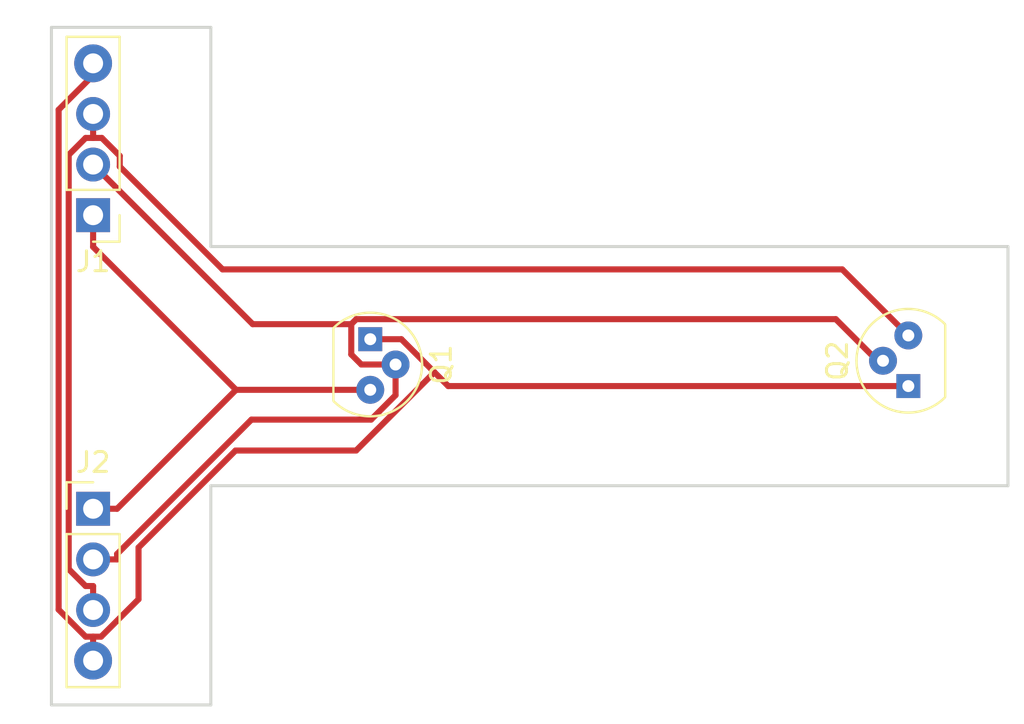
<source format=kicad_pcb>
(kicad_pcb (version 4) (host pcbnew 4.0.7)

  (general
    (links 10)
    (no_connects 0)
    (area 104.345381 87.5 155.894762 124.182)
    (thickness 1.6)
    (drawings 8)
    (tracks 53)
    (zones 0)
    (modules 4)
    (nets 5)
  )

  (page A)
  (title_block
    (title shahabHall)
    (date 190125)
    (company ASU/AME)
  )

  (layers
    (0 F.Cu signal)
    (31 B.Cu signal)
    (32 B.Adhes user)
    (33 F.Adhes user)
    (34 B.Paste user)
    (35 F.Paste user)
    (36 B.SilkS user)
    (37 F.SilkS user)
    (38 B.Mask user)
    (39 F.Mask user)
    (40 Dwgs.User user)
    (41 Cmts.User user)
    (42 Eco1.User user)
    (43 Eco2.User user)
    (44 Edge.Cuts user)
    (45 Margin user)
    (46 B.CrtYd user)
    (47 F.CrtYd user)
    (48 B.Fab user)
    (49 F.Fab user)
  )

  (setup
    (last_trace_width 0.3048)
    (trace_clearance 0.2)
    (zone_clearance 0.508)
    (zone_45_only no)
    (trace_min 0.2)
    (segment_width 0.2)
    (edge_width 0.15)
    (via_size 0.6)
    (via_drill 0.4)
    (via_min_size 0.4)
    (via_min_drill 0.3)
    (uvia_size 0.3)
    (uvia_drill 0.1)
    (uvias_allowed no)
    (uvia_min_size 0.2)
    (uvia_min_drill 0.1)
    (pcb_text_width 0.3)
    (pcb_text_size 1.5 1.5)
    (mod_edge_width 0.15)
    (mod_text_size 1 1)
    (mod_text_width 0.15)
    (pad_size 1.9 1.9)
    (pad_drill 1)
    (pad_to_mask_clearance 0.2)
    (aux_axis_origin 0 0)
    (visible_elements FFFFFF7F)
    (pcbplotparams
      (layerselection 0x01000_00000001)
      (usegerberextensions false)
      (excludeedgelayer true)
      (linewidth 0.100000)
      (plotframeref false)
      (viasonmask false)
      (mode 1)
      (useauxorigin false)
      (hpglpennumber 1)
      (hpglpenspeed 20)
      (hpglpendiameter 15)
      (hpglpenoverlay 2)
      (psnegative false)
      (psa4output false)
      (plotreference true)
      (plotvalue true)
      (plotinvisibletext false)
      (padsonsilk false)
      (subtractmaskfromsilk false)
      (outputformat 1)
      (mirror false)
      (drillshape 0)
      (scaleselection 1)
      (outputdirectory ""))
  )

  (net 0 "")
  (net 1 "Net-(J1-Pad1)")
  (net 2 "Net-(J1-Pad2)")
  (net 3 "Net-(J1-Pad3)")
  (net 4 "Net-(J1-Pad4)")

  (net_class Default "This is the default net class."
    (clearance 0.2)
    (trace_width 0.3048)
    (via_dia 0.6)
    (via_drill 0.4)
    (uvia_dia 0.3)
    (uvia_drill 0.1)
    (add_net "Net-(J1-Pad1)")
    (add_net "Net-(J1-Pad2)")
    (add_net "Net-(J1-Pad3)")
    (add_net "Net-(J1-Pad4)")
  )

  (module Pin_Headers:Pin_Header_Straight_1x04_Pitch2.54mm (layer F.Cu) (tedit 5C4B8D58) (tstamp 5C4B32B6)
    (at 109.093 98.425 180)
    (descr "Through hole straight pin header, 1x04, 2.54mm pitch, single row")
    (tags "Through hole pin header THT 1x04 2.54mm single row")
    (path /5C4A4F6F)
    (fp_text reference J1 (at 0 -2.33 180) (layer F.SilkS)
      (effects (font (size 1 1) (thickness 0.15)))
    )
    (fp_text value Conn_01x04 (at 0 9.95 180) (layer F.Fab)
      (effects (font (size 1 1) (thickness 0.15)))
    )
    (fp_line (start -0.635 -1.27) (end 1.27 -1.27) (layer F.Fab) (width 0.1))
    (fp_line (start 1.27 -1.27) (end 1.27 8.89) (layer F.Fab) (width 0.1))
    (fp_line (start 1.27 8.89) (end -1.27 8.89) (layer F.Fab) (width 0.1))
    (fp_line (start -1.27 8.89) (end -1.27 -0.635) (layer F.Fab) (width 0.1))
    (fp_line (start -1.27 -0.635) (end -0.635 -1.27) (layer F.Fab) (width 0.1))
    (fp_line (start -1.33 8.95) (end 1.33 8.95) (layer F.SilkS) (width 0.12))
    (fp_line (start -1.33 1.27) (end -1.33 8.95) (layer F.SilkS) (width 0.12))
    (fp_line (start 1.33 1.27) (end 1.33 8.95) (layer F.SilkS) (width 0.12))
    (fp_line (start -1.33 1.27) (end 1.33 1.27) (layer F.SilkS) (width 0.12))
    (fp_line (start -1.33 0) (end -1.33 -1.33) (layer F.SilkS) (width 0.12))
    (fp_line (start -1.33 -1.33) (end 0 -1.33) (layer F.SilkS) (width 0.12))
    (fp_line (start -1.8 -1.8) (end -1.8 9.4) (layer F.CrtYd) (width 0.05))
    (fp_line (start -1.8 9.4) (end 1.8 9.4) (layer F.CrtYd) (width 0.05))
    (fp_line (start 1.8 9.4) (end 1.8 -1.8) (layer F.CrtYd) (width 0.05))
    (fp_line (start 1.8 -1.8) (end -1.8 -1.8) (layer F.CrtYd) (width 0.05))
    (fp_text user %R (at 0 3.81 270) (layer F.Fab)
      (effects (font (size 1 1) (thickness 0.15)))
    )
    (pad 1 thru_hole rect (at 0 0 180) (size 1.7 1.7) (drill 1) (layers *.Cu *.Mask)
      (net 1 "Net-(J1-Pad1)"))
    (pad 2 thru_hole oval (at 0 2.54 180) (size 1.7 1.7) (drill 1) (layers *.Cu *.Mask)
      (net 2 "Net-(J1-Pad2)"))
    (pad 3 thru_hole oval (at 0 5.08 180) (size 1.7 1.7) (drill 1) (layers *.Cu *.Mask)
      (net 3 "Net-(J1-Pad3)"))
    (pad 4 thru_hole oval (at 0 7.62 180) (size 1.9 1.9) (drill 1) (layers *.Cu *.Mask)
      (net 4 "Net-(J1-Pad4)"))
    (model ${KISYS3DMOD}/Pin_Headers.3dshapes/Pin_Header_Straight_1x04_Pitch2.54mm.wrl
      (at (xyz 0 0 0))
      (scale (xyz 1 1 1))
      (rotate (xyz 0 0 0))
    )
  )

  (module TO_SOT_Packages_THT:TO-92_Molded_Narrow (layer F.Cu) (tedit 5C4B8D90) (tstamp 5C4B32BD)
    (at 123 104.648 270)
    (descr "TO-92 leads molded, narrow, drill 0.6mm (see NXP sot054_po.pdf)")
    (tags "to-92 sc-43 sc-43a sot54 PA33 transistor")
    (path /5C4A5005)
    (fp_text reference Q1 (at 1.27 -3.56 270) (layer F.SilkS)
      (effects (font (size 1 1) (thickness 0.15)))
    )
    (fp_text value 2N3904 (at 1.27 2.79 270) (layer F.Fab)
      (effects (font (size 1 1) (thickness 0.15)))
    )
    (fp_text user %R (at 1.27 -3.56 270) (layer F.Fab)
      (effects (font (size 1 1) (thickness 0.15)))
    )
    (fp_line (start -0.53 1.85) (end 3.07 1.85) (layer F.SilkS) (width 0.12))
    (fp_line (start -0.5 1.75) (end 3 1.75) (layer F.Fab) (width 0.1))
    (fp_line (start -1.46 -2.73) (end 4 -2.73) (layer F.CrtYd) (width 0.05))
    (fp_line (start -1.46 -2.73) (end -1.46 2.01) (layer F.CrtYd) (width 0.05))
    (fp_line (start 4 2.01) (end 4 -2.73) (layer F.CrtYd) (width 0.05))
    (fp_line (start 4 2.01) (end -1.46 2.01) (layer F.CrtYd) (width 0.05))
    (fp_arc (start 1.27 0) (end 1.27 -2.48) (angle 135) (layer F.Fab) (width 0.1))
    (fp_arc (start 1.27 0) (end 1.27 -2.6) (angle -135) (layer F.SilkS) (width 0.12))
    (fp_arc (start 1.27 0) (end 1.27 -2.48) (angle -135) (layer F.Fab) (width 0.1))
    (fp_arc (start 1.27 0) (end 1.27 -2.6) (angle 135) (layer F.SilkS) (width 0.12))
    (pad 2 thru_hole circle (at 1.27 -1.27) (size 1.4 1.4) (drill 0.6) (layers *.Cu *.Mask)
      (net 2 "Net-(J1-Pad2)"))
    (pad 3 thru_hole circle (at 2.54 0) (size 1.4 1.4) (drill 0.6) (layers *.Cu *.Mask)
      (net 1 "Net-(J1-Pad1)"))
    (pad 1 thru_hole rect (at 0 0) (size 1.2 1.2) (drill 0.6) (layers *.Cu *.Mask)
      (net 4 "Net-(J1-Pad4)"))
    (model ${KISYS3DMOD}/TO_SOT_Packages_THT.3dshapes/TO-92_Molded_Narrow.wrl
      (at (xyz 0.05 0 0))
      (scale (xyz 1 1 1))
      (rotate (xyz 0 0 -90))
    )
  )

  (module TO_SOT_Packages_THT:TO-92_Molded_Narrow (layer F.Cu) (tedit 5C4B8DAC) (tstamp 5C4B32C4)
    (at 150 107 90)
    (descr "TO-92 leads molded, narrow, drill 0.6mm (see NXP sot054_po.pdf)")
    (tags "to-92 sc-43 sc-43a sot54 PA33 transistor")
    (path /5C4A5047)
    (fp_text reference Q2 (at 1.27 -3.56 90) (layer F.SilkS)
      (effects (font (size 1 1) (thickness 0.15)))
    )
    (fp_text value 2N3904 (at 1.27 2.79 180) (layer F.Fab)
      (effects (font (size 1 1) (thickness 0.15)))
    )
    (fp_text user %R (at 1.27 -3.56 90) (layer F.Fab)
      (effects (font (size 1 1) (thickness 0.15)))
    )
    (fp_line (start -0.53 1.85) (end 3.07 1.85) (layer F.SilkS) (width 0.12))
    (fp_line (start -0.5 1.75) (end 3 1.75) (layer F.Fab) (width 0.1))
    (fp_line (start -1.46 -2.73) (end 4 -2.73) (layer F.CrtYd) (width 0.05))
    (fp_line (start -1.46 -2.73) (end -1.46 2.01) (layer F.CrtYd) (width 0.05))
    (fp_line (start 4 2.01) (end 4 -2.73) (layer F.CrtYd) (width 0.05))
    (fp_line (start 4 2.01) (end -1.46 2.01) (layer F.CrtYd) (width 0.05))
    (fp_arc (start 1.27 0) (end 1.27 -2.48) (angle 135) (layer F.Fab) (width 0.1))
    (fp_arc (start 1.27 0) (end 1.27 -2.6) (angle -135) (layer F.SilkS) (width 0.12))
    (fp_arc (start 1.27 0) (end 1.27 -2.48) (angle -135) (layer F.Fab) (width 0.1))
    (fp_arc (start 1.27 0) (end 1.27 -2.6) (angle 135) (layer F.SilkS) (width 0.12))
    (pad 2 thru_hole circle (at 1.27 -1.27 180) (size 1.4 1.4) (drill 0.6) (layers *.Cu *.Mask)
      (net 2 "Net-(J1-Pad2)"))
    (pad 3 thru_hole circle (at 2.54 0 180) (size 1.4 1.4) (drill 0.6) (layers *.Cu *.Mask)
      (net 3 "Net-(J1-Pad3)"))
    (pad 1 thru_hole rect (at 0 0 180) (size 1.2 1.2) (drill 0.6) (layers *.Cu *.Mask)
      (net 4 "Net-(J1-Pad4)"))
    (model ${KISYS3DMOD}/TO_SOT_Packages_THT.3dshapes/TO-92_Molded_Narrow.wrl
      (at (xyz 0.05 0 0))
      (scale (xyz 1 1 1))
      (rotate (xyz 0 0 -90))
    )
  )

  (module Pin_Headers:Pin_Header_Straight_1x04_Pitch2.54mm (layer F.Cu) (tedit 5C54657F) (tstamp 5C534463)
    (at 109.093 113.157)
    (descr "Through hole straight pin header, 1x04, 2.54mm pitch, single row")
    (tags "Through hole pin header THT 1x04 2.54mm single row")
    (path /5C53428F)
    (fp_text reference J2 (at 0 -2.33) (layer F.SilkS)
      (effects (font (size 1 1) (thickness 0.15)))
    )
    (fp_text value Conn_01x04 (at 0 9.95) (layer F.Fab)
      (effects (font (size 1 1) (thickness 0.15)))
    )
    (fp_line (start -0.635 -1.27) (end 1.27 -1.27) (layer F.Fab) (width 0.1))
    (fp_line (start 1.27 -1.27) (end 1.27 8.89) (layer F.Fab) (width 0.1))
    (fp_line (start 1.27 8.89) (end -1.27 8.89) (layer F.Fab) (width 0.1))
    (fp_line (start -1.27 8.89) (end -1.27 -0.635) (layer F.Fab) (width 0.1))
    (fp_line (start -1.27 -0.635) (end -0.635 -1.27) (layer F.Fab) (width 0.1))
    (fp_line (start -1.33 8.95) (end 1.33 8.95) (layer F.SilkS) (width 0.12))
    (fp_line (start -1.33 1.27) (end -1.33 8.95) (layer F.SilkS) (width 0.12))
    (fp_line (start 1.33 1.27) (end 1.33 8.95) (layer F.SilkS) (width 0.12))
    (fp_line (start -1.33 1.27) (end 1.33 1.27) (layer F.SilkS) (width 0.12))
    (fp_line (start -1.33 0) (end -1.33 -1.33) (layer F.SilkS) (width 0.12))
    (fp_line (start -1.33 -1.33) (end 0 -1.33) (layer F.SilkS) (width 0.12))
    (fp_line (start -1.8 -1.8) (end -1.8 9.4) (layer F.CrtYd) (width 0.05))
    (fp_line (start -1.8 9.4) (end 1.8 9.4) (layer F.CrtYd) (width 0.05))
    (fp_line (start 1.8 9.4) (end 1.8 -1.8) (layer F.CrtYd) (width 0.05))
    (fp_line (start 1.8 -1.8) (end -1.8 -1.8) (layer F.CrtYd) (width 0.05))
    (fp_text user %R (at 0 3.81 90) (layer F.Fab)
      (effects (font (size 1 1) (thickness 0.15)))
    )
    (pad 1 thru_hole rect (at 0 0) (size 1.7 1.7) (drill 1) (layers *.Cu *.Mask)
      (net 1 "Net-(J1-Pad1)"))
    (pad 2 thru_hole oval (at 0 2.54) (size 1.7 1.7) (drill 1) (layers *.Cu *.Mask)
      (net 2 "Net-(J1-Pad2)"))
    (pad 3 thru_hole oval (at 0 5.08) (size 1.7 1.7) (drill 1) (layers *.Cu *.Mask)
      (net 3 "Net-(J1-Pad3)"))
    (pad 4 thru_hole oval (at 0 7.62) (size 1.9 1.9) (drill 1) (layers *.Cu *.Mask)
      (net 4 "Net-(J1-Pad4)"))
    (model ${KISYS3DMOD}/Pin_Headers.3dshapes/Pin_Header_Straight_1x04_Pitch2.54mm.wrl
      (at (xyz 0 0 0))
      (scale (xyz 1 1 1))
      (rotate (xyz 0 0 0))
    )
  )

  (gr_line (start 115 89) (end 115 100) (angle 90) (layer Edge.Cuts) (width 0.15))
  (gr_line (start 107 89) (end 115 89) (angle 90) (layer Edge.Cuts) (width 0.15))
  (gr_line (start 115 123) (end 115 112) (angle 90) (layer Edge.Cuts) (width 0.15))
  (gr_line (start 107 123) (end 115 123) (angle 90) (layer Edge.Cuts) (width 0.15))
  (gr_line (start 107 123) (end 107 89) (angle 90) (layer Edge.Cuts) (width 0.15))
  (gr_line (start 155 112) (end 115 112) (angle 90) (layer Edge.Cuts) (width 0.15))
  (gr_line (start 155 100) (end 155 112) (angle 90) (layer Edge.Cuts) (width 0.15))
  (gr_line (start 115 100) (end 155 100) (angle 90) (layer Edge.Cuts) (width 0.15))

  (segment (start 109.093 113.157) (end 110.2957 113.157) (width 0.3048) (layer F.Cu) (net 1))
  (segment (start 109.093 100.0163) (end 109.093 98.425) (width 0.3048) (layer F.Cu) (net 1))
  (segment (start 116.2647 107.188) (end 109.093 100.0163) (width 0.3048) (layer F.Cu) (net 1))
  (segment (start 110.2957 113.157) (end 116.2647 107.188) (width 0.3048) (layer F.Cu) (net 1))
  (segment (start 116.2647 107.188) (end 123 107.188) (width 0.3048) (layer F.Cu) (net 1))
  (segment (start 148.636 105.824) (end 148.6906 105.7694) (width 0.3048) (layer F.Cu) (net 2))
  (segment (start 148.6906 105.7694) (end 148.73 105.73) (width 0.3048) (layer F.Cu) (net 2))
  (segment (start 109.093 115.697) (end 110.2957 115.697) (width 0.3048) (layer F.Cu) (net 2))
  (segment (start 110.2957 115.4254) (end 110.2957 115.697) (width 0.3048) (layer F.Cu) (net 2))
  (segment (start 117.0381 108.683) (end 110.2957 115.4254) (width 0.3048) (layer F.Cu) (net 2))
  (segment (start 123.0423 108.683) (end 117.0381 108.683) (width 0.3048) (layer F.Cu) (net 2))
  (segment (start 124.27 107.4553) (end 123.0423 108.683) (width 0.3048) (layer F.Cu) (net 2))
  (segment (start 124.27 105.918) (end 124.27 107.4553) (width 0.3048) (layer F.Cu) (net 2))
  (segment (start 148.542 105.918) (end 148.589 105.871) (width 0.3048) (layer F.Cu) (net 2))
  (segment (start 148.589 105.871) (end 148.636 105.824) (width 0.3048) (layer F.Cu) (net 2))
  (segment (start 117.1015 103.8935) (end 122.0472 103.8935) (width 0.3048) (layer F.Cu) (net 2))
  (segment (start 109.093 95.885) (end 117.1015 103.8935) (width 0.3048) (layer F.Cu) (net 2))
  (segment (start 122.2989 103.6418) (end 122.0472 103.8935) (width 0.3048) (layer F.Cu) (net 2))
  (segment (start 146.3598 103.6418) (end 122.2989 103.6418) (width 0.3048) (layer F.Cu) (net 2))
  (segment (start 148.589 105.871) (end 146.3598 103.6418) (width 0.3048) (layer F.Cu) (net 2))
  (segment (start 122.5533 105.918) (end 124.27 105.918) (width 0.3048) (layer F.Cu) (net 2))
  (segment (start 122.0472 105.4119) (end 122.5533 105.918) (width 0.3048) (layer F.Cu) (net 2))
  (segment (start 122.0472 103.8935) (end 122.0472 105.4119) (width 0.3048) (layer F.Cu) (net 2))
  (segment (start 108.7192 94.5477) (end 109.093 94.5477) (width 0.3048) (layer F.Cu) (net 3))
  (segment (start 107.868 95.3989) (end 108.7192 94.5477) (width 0.3048) (layer F.Cu) (net 3))
  (segment (start 107.868 116.1851) (end 107.868 95.3989) (width 0.3048) (layer F.Cu) (net 3))
  (segment (start 108.7172 117.0343) (end 107.868 116.1851) (width 0.3048) (layer F.Cu) (net 3))
  (segment (start 109.093 117.0343) (end 108.7172 117.0343) (width 0.3048) (layer F.Cu) (net 3))
  (segment (start 109.093 118.237) (end 109.093 117.0343) (width 0.3048) (layer F.Cu) (net 3))
  (segment (start 109.093 93.345) (end 109.093 94.5477) (width 0.3048) (layer F.Cu) (net 3))
  (segment (start 109.5289 94.5477) (end 109.093 94.5477) (width 0.3048) (layer F.Cu) (net 3))
  (segment (start 110.4302 95.449) (end 109.5289 94.5477) (width 0.3048) (layer F.Cu) (net 3))
  (segment (start 110.4302 95.9876) (end 110.4302 95.449) (width 0.3048) (layer F.Cu) (net 3))
  (segment (start 115.5869 101.1443) (end 110.4302 95.9876) (width 0.3048) (layer F.Cu) (net 3))
  (segment (start 146.6843 101.1443) (end 115.5869 101.1443) (width 0.3048) (layer F.Cu) (net 3))
  (segment (start 150 104.46) (end 146.6843 101.1443) (width 0.3048) (layer F.Cu) (net 3))
  (segment (start 150 107) (end 150.429 107) (width 0.3048) (layer F.Cu) (net 4))
  (segment (start 109.093 90.805) (end 109.093 91.4031) (width 0.3048) (layer F.Cu) (net 4))
  (segment (start 108.7192 119.5743) (end 109.093 119.5743) (width 0.3048) (layer F.Cu) (net 4))
  (segment (start 107.3628 118.2179) (end 108.7192 119.5743) (width 0.3048) (layer F.Cu) (net 4))
  (segment (start 107.3628 93.1333) (end 107.3628 118.2179) (width 0.3048) (layer F.Cu) (net 4))
  (segment (start 109.093 91.4031) (end 107.3628 93.1333) (width 0.3048) (layer F.Cu) (net 4))
  (segment (start 109.093 120.777) (end 109.093 119.5743) (width 0.3048) (layer F.Cu) (net 4))
  (segment (start 109.4952 119.5743) (end 109.093 119.5743) (width 0.3048) (layer F.Cu) (net 4))
  (segment (start 111.3719 117.6976) (end 109.4952 119.5743) (width 0.3048) (layer F.Cu) (net 4))
  (segment (start 111.3719 115.1015) (end 111.3719 117.6976) (width 0.3048) (layer F.Cu) (net 4))
  (segment (start 116.2394 110.234) (end 111.3719 115.1015) (width 0.3048) (layer F.Cu) (net 4))
  (segment (start 122.2911 110.234) (end 116.2394 110.234) (width 0.3048) (layer F.Cu) (net 4))
  (segment (start 126.2188 106.3063) (end 122.2911 110.234) (width 0.3048) (layer F.Cu) (net 4))
  (segment (start 124.5605 104.648) (end 126.2188 106.3063) (width 0.3048) (layer F.Cu) (net 4))
  (segment (start 123 104.648) (end 124.5605 104.648) (width 0.3048) (layer F.Cu) (net 4))
  (segment (start 126.9125 107) (end 150 107) (width 0.3048) (layer F.Cu) (net 4))
  (segment (start 126.2188 106.3063) (end 126.9125 107) (width 0.3048) (layer F.Cu) (net 4))

)

</source>
